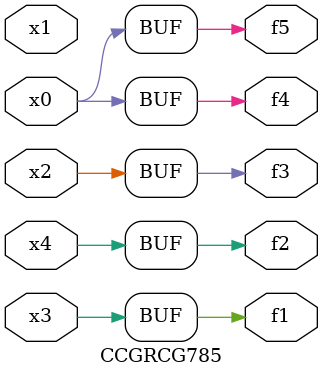
<source format=v>
module CCGRCG785(
	input x0, x1, x2, x3, x4,
	output f1, f2, f3, f4, f5
);
	assign f1 = x3;
	assign f2 = x4;
	assign f3 = x2;
	assign f4 = x0;
	assign f5 = x0;
endmodule

</source>
